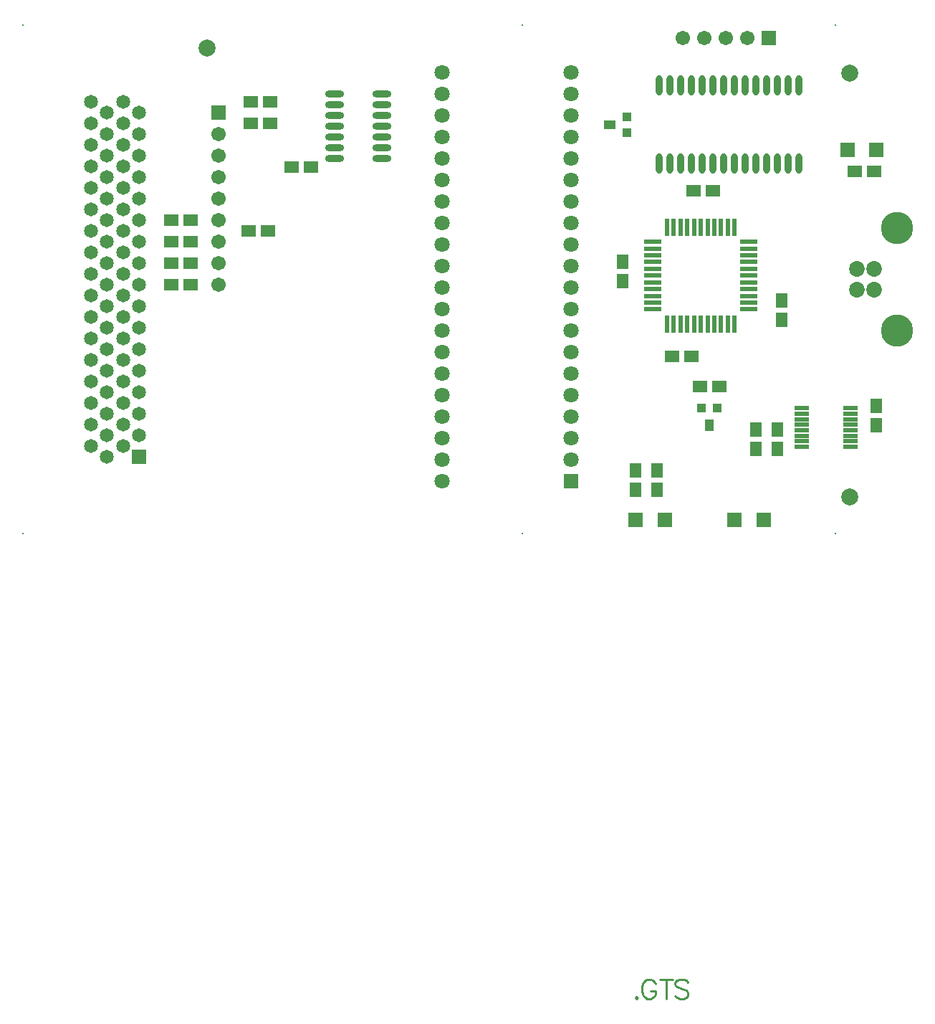
<source format=gts>
%FSLAX44Y44*%
%MOMM*%
G71*
G01*
G75*
%ADD10C,0.2000*%
%ADD11O,2.0320X0.6096*%
%ADD12R,1.5240X1.2700*%
%ADD13R,1.5240X1.5240*%
%ADD14R,1.9050X0.4064*%
%ADD15R,0.4064X1.9050*%
%ADD16R,1.2700X1.5240*%
%ADD17O,0.6000X2.2000*%
%ADD18O,0.6000X2.2000*%
%ADD19R,0.9144X0.9144*%
%ADD20R,0.9144X1.2700*%
%ADD21R,1.5000X0.4000*%
%ADD22R,1.2700X0.9144*%
%ADD23C,1.0000*%
%ADD24C,0.3000*%
%ADD25C,0.6000*%
%ADD26C,0.8000*%
%ADD27C,0.5000*%
%ADD28C,0.2540*%
%ADD29C,0.2286*%
%ADD30C,3.6000*%
%ADD31C,1.6510*%
%ADD32C,1.4500*%
%ADD33R,1.4500X1.4500*%
%ADD34C,1.5000*%
%ADD35R,1.5000X1.5000*%
%ADD36R,1.6000X1.6000*%
%ADD37C,1.6000*%
%ADD38C,0.8000*%
%ADD39O,2.5400X0.7500*%
%ADD40R,2.5400X0.7500*%
%ADD41C,0.4000*%
%ADD42C,0.7000*%
%ADD43C,0.2500*%
%ADD44C,0.3048*%
%ADD45C,0.1500*%
%ADD46O,2.2352X0.8128*%
%ADD47R,1.7272X1.4732*%
%ADD48R,1.7272X1.7272*%
%ADD49R,2.1082X0.6096*%
%ADD50R,0.6096X2.1082*%
%ADD51R,1.4732X1.7272*%
%ADD52O,0.8032X2.4032*%
%ADD53O,0.8032X2.4032*%
%ADD54R,1.1176X1.1176*%
%ADD55R,1.1176X1.4732*%
%ADD56R,1.7032X0.6032*%
%ADD57R,1.4732X1.1176*%
%ADD58C,2.0000*%
%ADD59C,3.8032*%
%ADD60C,1.8542*%
%ADD61C,1.6532*%
%ADD62R,1.6532X1.6532*%
%ADD63C,1.7032*%
%ADD64R,1.7032X1.7032*%
%ADD65R,1.8032X1.8032*%
%ADD66C,1.8032*%
%ADD67C,0.2032*%
D29*
X2872684Y1389144D02*
X2871596Y1388055D01*
X2872684Y1386967D01*
X2873772Y1388055D01*
X2872684Y1389144D01*
X2895104Y1404380D02*
X2894016Y1406557D01*
X2891839Y1408734D01*
X2889662Y1409822D01*
X2885309D01*
X2883132Y1408734D01*
X2880956Y1406557D01*
X2879867Y1404380D01*
X2878779Y1401115D01*
Y1395674D01*
X2879867Y1392409D01*
X2880956Y1390232D01*
X2883132Y1388055D01*
X2885309Y1386967D01*
X2889662D01*
X2891839Y1388055D01*
X2894016Y1390232D01*
X2895104Y1392409D01*
Y1395674D01*
X2889662D02*
X2895104D01*
X2907946Y1409822D02*
Y1386967D01*
X2900328Y1409822D02*
X2915565D01*
X2933522Y1406557D02*
X2931346Y1408734D01*
X2928080Y1409822D01*
X2923727D01*
X2920462Y1408734D01*
X2918286Y1406557D01*
Y1404380D01*
X2919374Y1402204D01*
X2920462Y1401115D01*
X2922639Y1400027D01*
X2929169Y1397850D01*
X2931346Y1396762D01*
X2932434Y1395674D01*
X2933522Y1393497D01*
Y1390232D01*
X2931346Y1388055D01*
X2928080Y1386967D01*
X2923727D01*
X2920462Y1388055D01*
X2918286Y1390232D01*
D46*
X2515996Y2455037D02*
D03*
X2571876Y2442337D02*
D03*
Y2416937D02*
D03*
X2515996Y2442337D02*
D03*
Y2429637D02*
D03*
X2571876D02*
D03*
Y2404237D02*
D03*
X2515996Y2391537D02*
D03*
Y2416937D02*
D03*
Y2378837D02*
D03*
Y2404237D02*
D03*
X2571876Y2455037D02*
D03*
Y2391537D02*
D03*
Y2378837D02*
D03*
D47*
X3130676Y2363597D02*
D03*
X2345790Y2229967D02*
D03*
X2322930D02*
D03*
X2345790Y2255367D02*
D03*
X2322930D02*
D03*
X2437256Y2293467D02*
D03*
X2414396D02*
D03*
X2322930Y2280767D02*
D03*
X2345790D02*
D03*
Y2306167D02*
D03*
X2322930D02*
D03*
X2439796Y2420467D02*
D03*
X2416936D02*
D03*
X2439796Y2445867D02*
D03*
X2416936D02*
D03*
X2970656Y2109597D02*
D03*
X2947796D02*
D03*
X2465196Y2368677D02*
D03*
X2488056D02*
D03*
X2963036Y2340737D02*
D03*
X2940176D02*
D03*
X2937636Y2145157D02*
D03*
X2914776D02*
D03*
X3153536Y2363597D02*
D03*
D48*
X3121786Y2388997D02*
D03*
X3022726Y1952117D02*
D03*
X2988436D02*
D03*
X2905886D02*
D03*
X2871596D02*
D03*
X3156076Y2388997D02*
D03*
D49*
X3005454Y2216785D02*
D03*
X2891662Y2232787D02*
D03*
Y2200783D02*
D03*
Y2208657D02*
D03*
Y2216785D02*
D03*
Y2224659D02*
D03*
Y2248535D02*
D03*
Y2264537D02*
D03*
X3005454Y2272665D02*
D03*
Y2264537D02*
D03*
Y2256663D02*
D03*
Y2248535D02*
D03*
Y2208657D02*
D03*
X2891662Y2240661D02*
D03*
Y2256663D02*
D03*
Y2272665D02*
D03*
Y2280539D02*
D03*
X3005454D02*
D03*
Y2200783D02*
D03*
Y2240661D02*
D03*
Y2232787D02*
D03*
Y2224659D02*
D03*
D50*
X2908680Y2183511D02*
D03*
X2940684D02*
D03*
X2948558Y2297557D02*
D03*
X2972688D02*
D03*
X2940684D02*
D03*
X2948558Y2183511D02*
D03*
X2932810Y2297557D02*
D03*
X2988436Y2183511D02*
D03*
X2932810D02*
D03*
X2924682D02*
D03*
X2916808D02*
D03*
X2908680Y2297557D02*
D03*
X2916808D02*
D03*
X2924682D02*
D03*
X2964560D02*
D03*
X2988436D02*
D03*
X2956686Y2183511D02*
D03*
X2964560D02*
D03*
X2980562D02*
D03*
X2972688D02*
D03*
X2980562Y2297557D02*
D03*
X2956686D02*
D03*
D51*
X2871596Y2010537D02*
D03*
X2856356Y2234057D02*
D03*
Y2256917D02*
D03*
X3013836Y2035937D02*
D03*
Y2058797D02*
D03*
X2871596Y1987677D02*
D03*
X3044316Y2211197D02*
D03*
Y2188337D02*
D03*
X3156076Y2063877D02*
D03*
Y2086737D02*
D03*
X3039236Y2035937D02*
D03*
Y2058797D02*
D03*
X2896996Y2010537D02*
D03*
Y1987677D02*
D03*
D52*
X2924936Y2373197D02*
D03*
X2937636D02*
D03*
X2950336D02*
D03*
X2963036D02*
D03*
X3051936D02*
D03*
X3064636D02*
D03*
X2975736Y2465197D02*
D03*
X2912236D02*
D03*
X3013836D02*
D03*
X2899536D02*
D03*
X3039236D02*
D03*
X3026536D02*
D03*
X3051936D02*
D03*
X2912236Y2373197D02*
D03*
X2950336Y2465197D02*
D03*
X2937636D02*
D03*
X2899536Y2373197D02*
D03*
X2924936Y2465197D02*
D03*
X3001136D02*
D03*
X2988436D02*
D03*
X2975736Y2373197D02*
D03*
X3039236D02*
D03*
X3013836D02*
D03*
X3001136D02*
D03*
X2988436D02*
D03*
X3026536D02*
D03*
X2963036Y2465197D02*
D03*
D53*
X3064636D02*
D03*
D54*
X2968116Y2084197D02*
D03*
X2949066D02*
D03*
X2861436Y2428367D02*
D03*
Y2409317D02*
D03*
D55*
X2958464Y2063877D02*
D03*
D56*
X3125596Y2077477D02*
D03*
Y2064477D02*
D03*
Y2057977D02*
D03*
X3067596Y2083977D02*
D03*
Y2077477D02*
D03*
Y2070977D02*
D03*
Y2064477D02*
D03*
Y2044977D02*
D03*
Y2038477D02*
D03*
X3125596Y2083977D02*
D03*
Y2070977D02*
D03*
Y2051477D02*
D03*
Y2038477D02*
D03*
Y2044977D02*
D03*
X3067596Y2057977D02*
D03*
Y2051477D02*
D03*
D57*
X2841116Y2418969D02*
D03*
D58*
X3124916Y2479317D02*
D03*
Y1979317D02*
D03*
X2364916Y2509317D02*
D03*
D59*
X3180516Y2176117D02*
D03*
Y2296517D02*
D03*
D60*
X3133416Y2223817D02*
D03*
Y2248817D02*
D03*
X3153416Y2223817D02*
D03*
Y2248817D02*
D03*
D61*
X2227766Y2395067D02*
D03*
X2265866Y2318867D02*
D03*
X2246816Y2026767D02*
D03*
X2227766Y2445867D02*
D03*
X2265866D02*
D03*
X2246816Y2433167D02*
D03*
X2227766Y2420467D02*
D03*
X2284916Y2433167D02*
D03*
X2265866Y2420467D02*
D03*
X2246816Y2407767D02*
D03*
X2284916D02*
D03*
X2265866Y2395067D02*
D03*
X2246816Y2382367D02*
D03*
X2227766Y2369667D02*
D03*
X2284916Y2382367D02*
D03*
X2265866Y2369667D02*
D03*
X2246816Y2356967D02*
D03*
X2227766Y2344267D02*
D03*
X2284916Y2356967D02*
D03*
X2265866Y2344267D02*
D03*
X2246816Y2331567D02*
D03*
X2227766Y2318867D02*
D03*
X2284916Y2331567D02*
D03*
X2246816Y2306167D02*
D03*
X2227766Y2293467D02*
D03*
X2284916Y2306167D02*
D03*
X2265866Y2293467D02*
D03*
X2246816Y2280767D02*
D03*
X2227766Y2268067D02*
D03*
X2284916Y2280767D02*
D03*
X2265866Y2268067D02*
D03*
X2246816Y2255367D02*
D03*
X2227766Y2242667D02*
D03*
X2284916Y2255367D02*
D03*
X2265866Y2242667D02*
D03*
X2246816Y2229967D02*
D03*
X2227766Y2217267D02*
D03*
X2284916Y2229967D02*
D03*
X2265866Y2217267D02*
D03*
X2246816Y2204567D02*
D03*
X2227766Y2191867D02*
D03*
X2284916Y2204567D02*
D03*
X2265866Y2191867D02*
D03*
X2246816Y2179167D02*
D03*
X2227766Y2166467D02*
D03*
X2284916Y2179167D02*
D03*
X2265866Y2166467D02*
D03*
X2246816Y2153767D02*
D03*
X2227766Y2141067D02*
D03*
X2284916Y2153767D02*
D03*
X2265866Y2141067D02*
D03*
X2246816Y2128367D02*
D03*
X2227766Y2115667D02*
D03*
X2284916Y2128367D02*
D03*
X2265866Y2115667D02*
D03*
X2246816Y2102967D02*
D03*
X2227766Y2090267D02*
D03*
X2284916Y2102967D02*
D03*
X2265866Y2090267D02*
D03*
X2246816Y2077567D02*
D03*
X2227766Y2064867D02*
D03*
X2284916Y2077567D02*
D03*
X2265866Y2064867D02*
D03*
X2246816Y2052167D02*
D03*
X2227766Y2039467D02*
D03*
X2284916Y2052167D02*
D03*
X2265866Y2039467D02*
D03*
D62*
X2284916Y2026767D02*
D03*
D63*
X2378836Y2357117D02*
D03*
Y2306317D02*
D03*
Y2382517D02*
D03*
Y2407917D02*
D03*
Y2331717D02*
D03*
Y2280917D02*
D03*
Y2230117D02*
D03*
Y2255517D02*
D03*
X2927476Y2521077D02*
D03*
X3003676D02*
D03*
X2978276D02*
D03*
X2952876D02*
D03*
D64*
X2378836Y2433317D02*
D03*
X3029076Y2521077D02*
D03*
D65*
X2795396Y1997837D02*
D03*
D66*
Y2023237D02*
D03*
Y2048637D02*
D03*
Y2074037D02*
D03*
Y2099437D02*
D03*
Y2124837D02*
D03*
Y2150237D02*
D03*
Y2175637D02*
D03*
Y2201037D02*
D03*
Y2226437D02*
D03*
Y2251837D02*
D03*
Y2277237D02*
D03*
Y2302637D02*
D03*
Y2328037D02*
D03*
Y2353437D02*
D03*
Y2378837D02*
D03*
Y2404237D02*
D03*
Y2429637D02*
D03*
Y2455037D02*
D03*
Y2480437D02*
D03*
X2642996D02*
D03*
Y2455037D02*
D03*
Y2429637D02*
D03*
Y2404237D02*
D03*
Y2378837D02*
D03*
Y2328037D02*
D03*
Y2302637D02*
D03*
Y2277237D02*
D03*
Y2251837D02*
D03*
Y2226437D02*
D03*
Y2201037D02*
D03*
Y2175637D02*
D03*
Y2150237D02*
D03*
Y2124837D02*
D03*
Y2099437D02*
D03*
Y2074037D02*
D03*
Y2048637D02*
D03*
Y2023237D02*
D03*
Y1997837D02*
D03*
Y2353437D02*
D03*
D67*
X2737916Y1936317D02*
D03*
X3107916D02*
D03*
X2737916Y2536317D02*
D03*
X3107916D02*
D03*
X2147916D02*
D03*
Y1936317D02*
D03*
M02*

</source>
